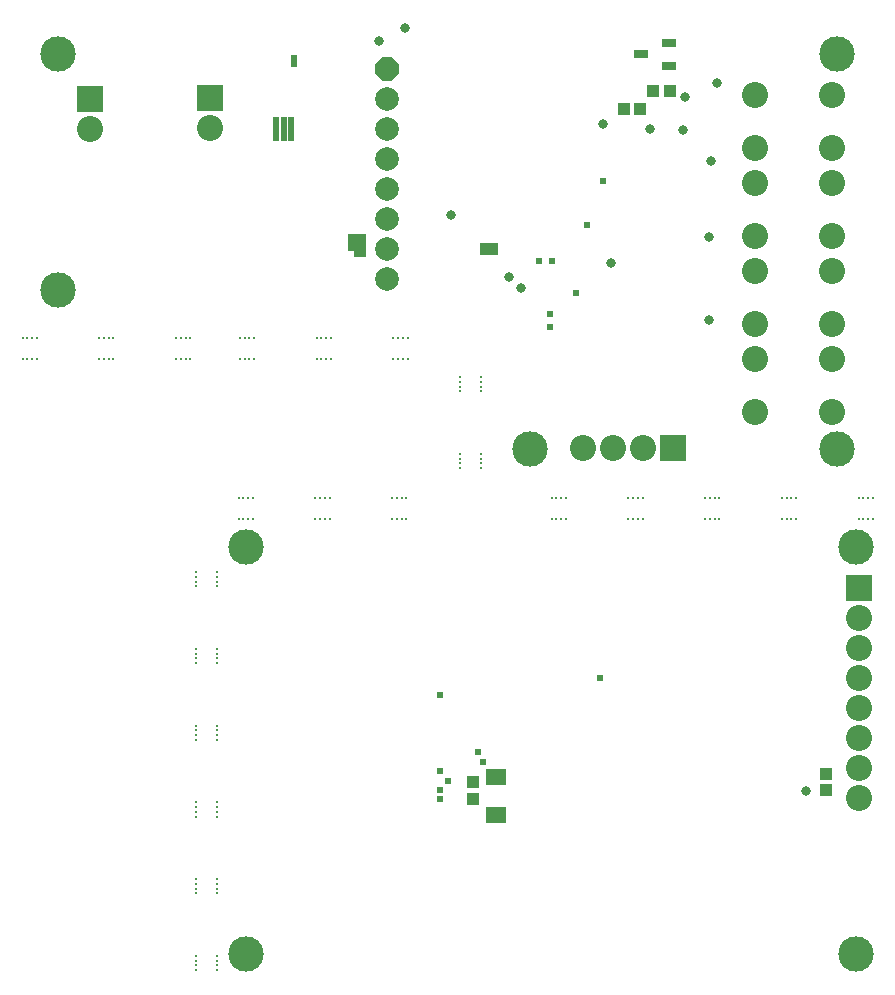
<source format=gbs>
G04 Layer_Color=16711935*
%FSLAX44Y44*%
%MOMM*%
G71*
G01*
G75*
%ADD48R,1.0532X1.0532*%
%ADD50R,1.0532X1.0532*%
%ADD61R,1.8032X1.4032*%
%ADD63C,2.2032*%
%ADD64R,2.2032X2.2032*%
%ADD65C,2.0032*%
%ADD66P,2.1683X8X292.5*%
%ADD67R,2.2032X2.2032*%
%ADD68C,0.2032*%
%ADD69C,0.6032*%
%ADD70C,0.8032*%
%ADD71C,3.0032*%
%ADD72R,1.3032X0.8032*%
D48*
X390250Y168000D02*
D03*
Y154000D02*
D03*
X689500Y161250D02*
D03*
Y175250D02*
D03*
D50*
X518000Y738000D02*
D03*
X532000D02*
D03*
X557000Y753000D02*
D03*
X543000D02*
D03*
D61*
X410000Y172500D02*
D03*
Y140500D02*
D03*
D63*
X629000Y526500D02*
D03*
Y481500D02*
D03*
X694000Y526500D02*
D03*
Y481500D02*
D03*
X629000Y601000D02*
D03*
Y556000D02*
D03*
X694000Y601000D02*
D03*
Y556000D02*
D03*
X717250Y180350D02*
D03*
Y231150D02*
D03*
Y256550D02*
D03*
Y307350D02*
D03*
Y281950D02*
D03*
Y205750D02*
D03*
Y154950D02*
D03*
X168000Y721600D02*
D03*
X66000Y721300D02*
D03*
X509300Y451000D02*
D03*
X534700D02*
D03*
X483900D02*
D03*
X629000Y750000D02*
D03*
Y705000D02*
D03*
X694000Y750000D02*
D03*
Y705000D02*
D03*
X629000Y675500D02*
D03*
Y630500D02*
D03*
X694000Y675500D02*
D03*
Y630500D02*
D03*
D64*
X717250Y332750D02*
D03*
X168000Y747000D02*
D03*
X66000Y746700D02*
D03*
D65*
X317500Y645300D02*
D03*
Y696100D02*
D03*
Y721500D02*
D03*
Y746900D02*
D03*
Y670700D02*
D03*
Y619900D02*
D03*
Y594500D02*
D03*
D66*
Y772300D02*
D03*
D67*
X560100Y451000D02*
D03*
D68*
X379000Y438000D02*
D03*
Y446000D02*
D03*
Y442000D02*
D03*
Y434000D02*
D03*
X397000Y446000D02*
D03*
Y438000D02*
D03*
Y434000D02*
D03*
Y442000D02*
D03*
X379000Y503000D02*
D03*
Y511000D02*
D03*
Y507000D02*
D03*
Y499000D02*
D03*
X397000Y511000D02*
D03*
Y503000D02*
D03*
Y499000D02*
D03*
Y507000D02*
D03*
X147000Y526000D02*
D03*
X139000D02*
D03*
X143000D02*
D03*
X151000D02*
D03*
X139000Y544000D02*
D03*
X147000D02*
D03*
X151000D02*
D03*
X143000D02*
D03*
X82000Y526000D02*
D03*
X74000D02*
D03*
X78000D02*
D03*
X86000D02*
D03*
X74000Y544000D02*
D03*
X82000D02*
D03*
X86000D02*
D03*
X78000D02*
D03*
X17000Y526000D02*
D03*
X9000D02*
D03*
X13000D02*
D03*
X21000D02*
D03*
X9000Y544000D02*
D03*
X17000D02*
D03*
X21000D02*
D03*
X13000D02*
D03*
X725000Y391000D02*
D03*
X717000D02*
D03*
X721000D02*
D03*
X717000Y409000D02*
D03*
X721000D02*
D03*
X660000Y391000D02*
D03*
X652000D02*
D03*
X656000D02*
D03*
X664000D02*
D03*
X652000Y409000D02*
D03*
X660000D02*
D03*
X664000D02*
D03*
X656000D02*
D03*
X595000Y391000D02*
D03*
X587000D02*
D03*
X591000D02*
D03*
X599000D02*
D03*
X587000Y409000D02*
D03*
X595000D02*
D03*
X599000D02*
D03*
X591000D02*
D03*
X530000Y391000D02*
D03*
X522000D02*
D03*
X526000D02*
D03*
X534000D02*
D03*
X522000Y409000D02*
D03*
X530000D02*
D03*
X534000D02*
D03*
X526000D02*
D03*
X465000Y391000D02*
D03*
X457000D02*
D03*
X461000D02*
D03*
X469000D02*
D03*
X457000Y409000D02*
D03*
X465000D02*
D03*
X469000D02*
D03*
X461000D02*
D03*
X330000Y391000D02*
D03*
X322000D02*
D03*
X326000D02*
D03*
X334000D02*
D03*
X322000Y409000D02*
D03*
X330000D02*
D03*
X334000D02*
D03*
X326000D02*
D03*
X265000Y391000D02*
D03*
X257000D02*
D03*
X261000D02*
D03*
X269000D02*
D03*
X257000Y409000D02*
D03*
X265000D02*
D03*
X269000D02*
D03*
X261000D02*
D03*
X200000Y391000D02*
D03*
X192000D02*
D03*
X196000D02*
D03*
X204000D02*
D03*
X192000Y409000D02*
D03*
X200000D02*
D03*
X204000D02*
D03*
X196000D02*
D03*
X174000Y342000D02*
D03*
Y334000D02*
D03*
Y338000D02*
D03*
Y346000D02*
D03*
X156000Y334000D02*
D03*
Y342000D02*
D03*
Y346000D02*
D03*
Y338000D02*
D03*
Y273000D02*
D03*
Y281000D02*
D03*
Y277000D02*
D03*
Y269000D02*
D03*
X174000Y281000D02*
D03*
Y273000D02*
D03*
Y269000D02*
D03*
Y277000D02*
D03*
X156000Y208000D02*
D03*
Y216000D02*
D03*
Y212000D02*
D03*
Y204000D02*
D03*
X174000Y216000D02*
D03*
Y208000D02*
D03*
Y204000D02*
D03*
Y212000D02*
D03*
X156000Y143000D02*
D03*
Y151000D02*
D03*
Y147000D02*
D03*
Y139000D02*
D03*
X174000Y151000D02*
D03*
Y143000D02*
D03*
Y139000D02*
D03*
Y147000D02*
D03*
X156000Y78000D02*
D03*
Y86000D02*
D03*
Y82000D02*
D03*
Y74000D02*
D03*
X174000Y86000D02*
D03*
Y78000D02*
D03*
Y74000D02*
D03*
Y82000D02*
D03*
X156000Y13000D02*
D03*
Y21000D02*
D03*
Y17000D02*
D03*
Y9000D02*
D03*
X174000Y21000D02*
D03*
Y13000D02*
D03*
Y9000D02*
D03*
Y17000D02*
D03*
X725000Y409000D02*
D03*
X729000D02*
D03*
Y391000D02*
D03*
X197000Y544000D02*
D03*
X205000D02*
D03*
X201000D02*
D03*
X193000D02*
D03*
X205000Y526000D02*
D03*
X197000D02*
D03*
X193000D02*
D03*
X201000D02*
D03*
X327000Y544000D02*
D03*
X335000D02*
D03*
X331000D02*
D03*
X323000D02*
D03*
X335000Y526000D02*
D03*
X327000D02*
D03*
X323000D02*
D03*
X331000D02*
D03*
X266000D02*
D03*
X258000D02*
D03*
X262000D02*
D03*
X270000D02*
D03*
X258000Y544000D02*
D03*
X266000D02*
D03*
X270000D02*
D03*
X262000D02*
D03*
D69*
X399250Y185500D02*
D03*
X394500Y193500D02*
D03*
X297000Y615000D02*
D03*
X292000D02*
D03*
X297000Y620000D02*
D03*
Y625000D02*
D03*
Y630000D02*
D03*
X292000Y620000D02*
D03*
Y625000D02*
D03*
Y630000D02*
D03*
X287000Y620000D02*
D03*
Y625000D02*
D03*
Y630000D02*
D03*
X224000Y713500D02*
D03*
Y718500D02*
D03*
Y723500D02*
D03*
X224000Y729000D02*
D03*
X230000D02*
D03*
X230000Y723500D02*
D03*
X236000Y718500D02*
D03*
Y723500D02*
D03*
Y713500D02*
D03*
X230000Y718500D02*
D03*
Y713500D02*
D03*
X236000Y729000D02*
D03*
X369000Y169500D02*
D03*
X362250Y177500D02*
D03*
X362250Y161500D02*
D03*
X362500Y241500D02*
D03*
X497750Y256500D02*
D03*
X362250Y153750D02*
D03*
X404000Y617000D02*
D03*
X409000D02*
D03*
X399000D02*
D03*
X404000Y622000D02*
D03*
X409000D02*
D03*
X399000D02*
D03*
X478000Y582000D02*
D03*
X455500Y564500D02*
D03*
Y553500D02*
D03*
X446500Y609500D02*
D03*
X457500D02*
D03*
X486500Y639500D02*
D03*
X500500Y677500D02*
D03*
X238500Y776500D02*
D03*
Y781250D02*
D03*
D70*
X597000Y760000D02*
D03*
X570000Y748000D02*
D03*
X672750Y160750D02*
D03*
X371500Y648500D02*
D03*
X420500Y595500D02*
D03*
X430750Y586500D02*
D03*
X507558Y607442D02*
D03*
X500500Y725500D02*
D03*
X590500Y629750D02*
D03*
Y559500D02*
D03*
X591750Y693750D02*
D03*
X540000Y721000D02*
D03*
X310500Y795250D02*
D03*
X332500Y806500D02*
D03*
X568000Y720000D02*
D03*
D71*
X715000Y367000D02*
D03*
X198000D02*
D03*
X715000Y23000D02*
D03*
X198000D02*
D03*
X699000Y450000D02*
D03*
Y785000D02*
D03*
X39000D02*
D03*
Y585000D02*
D03*
X439000Y450000D02*
D03*
D72*
X532500Y784250D02*
D03*
X556500Y774750D02*
D03*
Y793750D02*
D03*
M02*

</source>
